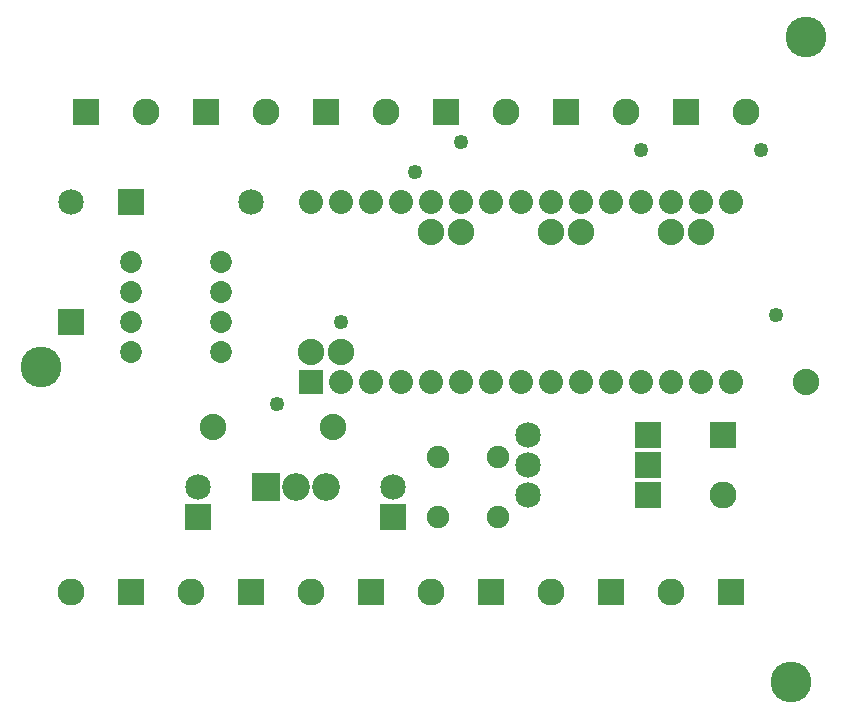
<source format=gbs>
G04 MADE WITH FRITZING*
G04 WWW.FRITZING.ORG*
G04 DOUBLE SIDED*
G04 HOLES PLATED*
G04 CONTOUR ON CENTER OF CONTOUR VECTOR*
%ASAXBY*%
%FSLAX23Y23*%
%MOIN*%
%OFA0B0*%
%SFA1.0B1.0*%
%ADD10C,0.049370*%
%ADD11C,0.088000*%
%ADD12C,0.075418*%
%ADD13C,0.080000*%
%ADD14C,0.073000*%
%ADD15C,0.085000*%
%ADD16C,0.090000*%
%ADD17C,0.092000*%
%ADD18C,0.135984*%
%ADD19R,0.080000X0.079972*%
%ADD20R,0.085000X0.085000*%
%ADD21R,0.090000X0.090000*%
%ADD22R,0.092000X0.092000*%
%LNMASK0*%
G90*
G70*
G54D10*
X894Y1077D03*
G54D11*
X1106Y1250D03*
X1006Y1250D03*
X1506Y1650D03*
X1406Y1650D03*
X1906Y1650D03*
X1806Y1650D03*
X2306Y1650D03*
X2206Y1650D03*
X2656Y1150D03*
G54D12*
X1631Y900D03*
X1631Y700D03*
X1431Y900D03*
X1431Y700D03*
G54D13*
X1006Y1150D03*
X1106Y1150D03*
X1206Y1150D03*
X1306Y1150D03*
X1406Y1150D03*
X1506Y1150D03*
X1606Y1150D03*
X1706Y1150D03*
X1806Y1150D03*
X1906Y1150D03*
X2006Y1150D03*
X2106Y1150D03*
X2206Y1150D03*
X2306Y1150D03*
X2406Y1150D03*
X1006Y1750D03*
X1106Y1750D03*
X1206Y1750D03*
X1306Y1750D03*
X1406Y1750D03*
X1506Y1750D03*
X1606Y1750D03*
X1706Y1750D03*
X1806Y1750D03*
X1906Y1750D03*
X2006Y1750D03*
X2106Y1750D03*
X2206Y1750D03*
X2306Y1750D03*
X2406Y1750D03*
G54D14*
X706Y1250D03*
X706Y1350D03*
X706Y1450D03*
X706Y1550D03*
X406Y1550D03*
X406Y1450D03*
X406Y1350D03*
X406Y1250D03*
G54D15*
X206Y1350D03*
X206Y1750D03*
X406Y1750D03*
X806Y1750D03*
G54D16*
X1606Y450D03*
X1406Y450D03*
X1206Y450D03*
X1006Y450D03*
X406Y450D03*
X206Y450D03*
X656Y2050D03*
X856Y2050D03*
X2256Y2050D03*
X2456Y2050D03*
X1856Y2050D03*
X2056Y2050D03*
X256Y2050D03*
X456Y2050D03*
X1456Y2050D03*
X1656Y2050D03*
X1056Y2050D03*
X1256Y2050D03*
X806Y450D03*
X606Y450D03*
X2406Y450D03*
X2206Y450D03*
X2381Y975D03*
X2381Y775D03*
X2006Y450D03*
X1806Y450D03*
G54D17*
X856Y800D03*
X956Y800D03*
X1056Y800D03*
G54D15*
X1281Y700D03*
X1281Y800D03*
X631Y700D03*
X631Y800D03*
G54D10*
X1106Y1350D03*
G54D15*
X2131Y775D03*
X1731Y775D03*
X2131Y975D03*
X1731Y975D03*
X2131Y875D03*
X1731Y875D03*
G54D18*
X106Y1200D03*
X2606Y150D03*
X2656Y2300D03*
G54D10*
X1354Y1850D03*
X1506Y1950D03*
G54D11*
X1081Y1000D03*
X681Y1000D03*
G54D10*
X2506Y1924D03*
X2557Y1376D03*
X2106Y1924D03*
G54D19*
X1006Y1150D03*
G54D20*
X206Y1350D03*
X406Y1750D03*
G54D21*
X1606Y450D03*
X1206Y450D03*
X406Y450D03*
X656Y2050D03*
X2256Y2050D03*
X1856Y2050D03*
X256Y2050D03*
X1456Y2050D03*
X1056Y2050D03*
X806Y450D03*
X2406Y450D03*
X2381Y975D03*
X2006Y450D03*
G54D22*
X856Y800D03*
G54D20*
X1281Y700D03*
X631Y700D03*
X2131Y775D03*
X2131Y975D03*
X2131Y875D03*
G04 End of Mask0*
M02*
</source>
